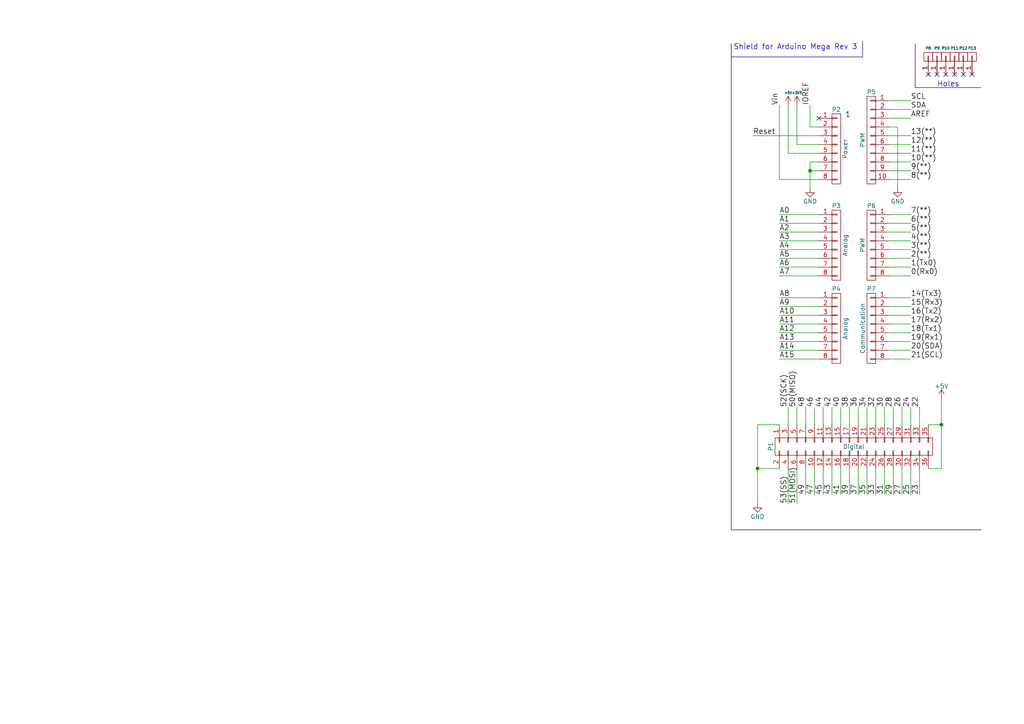
<source format=kicad_sch>
(kicad_sch (version 20230121) (generator eeschema)
  (paper "A4")
  (title_block (date "mar. 31 mars 2015"))
  (lib_symbols
    (symbol "Arduino_Mega-rescue:+3.3V" (power) (pin_names (offset 0))
      (property "Value" "+3.3V" (at 0 3.556 0))
      (symbol "+3.3V_0_1"
        (polyline (pts (xy -0.762 1.27) (xy 0 2.54)))
        (polyline (pts (xy 0 0) (xy 0 2.54)))
        (polyline (pts (xy 0 2.54) (xy 0.762 1.27)))
      )
      (symbol "+3.3V_1_1"
        (pin power_in line (at 0 0 90) (length 0) hide (name "+3V3") (number "1"))
      )
    )
    (symbol "Arduino_Mega-rescue:+5V" (power) (pin_names (offset 0))
      (property "Value" "+5V" (at 0 3.556 0))
      (symbol "+5V_0_1"
        (polyline (pts (xy -0.762 1.27) (xy 0 2.54)))
        (polyline (pts (xy 0 0) (xy 0 2.54)))
        (polyline (pts (xy 0 2.54) (xy 0.762 1.27)))
      )
      (symbol "+5V_1_1"
        (pin power_in line (at 0 0 90) (length 0) hide (name "+5V") (number "1"))
      )
    )
    (symbol "Arduino_Mega-rescue:CONN_01X01" (pin_names (offset 1.016) hide)
      (property "Reference" "P" (at 0 2.54 0))
      (property "Value" "CONN_01X01" (at 2.54 0 90))
      (symbol "CONN_01X01_0_1"
        (rectangle (start -1.27 0.127) (end 0.254 -0.127))
        (rectangle (start -1.27 1.27) (end 1.27 -1.27))
      )
      (symbol "CONN_01X01_1_1"
        (pin passive line (at -5.08 0 0) (length 3.81) (name "P1") (number "1"))
      )
    )
    (symbol "Arduino_Mega-rescue:CONN_01X08" (pin_names (offset 1.016) hide)
      (property "Reference" "P" (at 0 11.43 0))
      (property "Value" "CONN_01X08" (at 2.54 0 90))
      (symbol "CONN_01X08_0_1"
        (rectangle (start -1.27 -10.16) (end 1.27 10.16))
        (rectangle (start -1.27 -8.763) (end 0.254 -9.017))
        (rectangle (start -1.27 -6.223) (end 0.254 -6.477))
        (rectangle (start -1.27 -3.683) (end 0.254 -3.937))
        (rectangle (start -1.27 -1.143) (end 0.254 -1.397))
        (rectangle (start -1.27 1.397) (end 0.254 1.143))
        (rectangle (start -1.27 3.937) (end 0.254 3.683))
        (rectangle (start -1.27 6.477) (end 0.254 6.223))
        (rectangle (start -1.27 9.017) (end 0.254 8.763))
      )
      (symbol "CONN_01X08_1_1"
        (pin passive line (at -5.08 8.89 0) (length 3.81) (name "P1") (number "1"))
        (pin passive line (at -5.08 6.35 0) (length 3.81) (name "P2") (number "2"))
        (pin passive line (at -5.08 3.81 0) (length 3.81) (name "P3") (number "3"))
        (pin passive line (at -5.08 1.27 0) (length 3.81) (name "P4") (number "4"))
        (pin passive line (at -5.08 -1.27 0) (length 3.81) (name "P5") (number "5"))
        (pin passive line (at -5.08 -3.81 0) (length 3.81) (name "P6") (number "6"))
        (pin passive line (at -5.08 -6.35 0) (length 3.81) (name "P7") (number "7"))
        (pin passive line (at -5.08 -8.89 0) (length 3.81) (name "P8") (number "8"))
      )
    )
    (symbol "Arduino_Mega-rescue:CONN_01X10" (pin_names (offset 1.016) hide)
      (property "Reference" "P" (at 0 13.97 0))
      (property "Value" "CONN_01X10" (at 2.54 0 90))
      (symbol "CONN_01X10_0_1"
        (rectangle (start -1.27 -11.303) (end 0.254 -11.557))
        (rectangle (start -1.27 -8.763) (end 0.254 -9.017))
        (rectangle (start -1.27 -6.223) (end 0.254 -6.477))
        (rectangle (start -1.27 -3.683) (end 0.254 -3.937))
        (rectangle (start -1.27 -1.143) (end 0.254 -1.397))
        (rectangle (start -1.27 1.397) (end 0.254 1.143))
        (rectangle (start -1.27 3.937) (end 0.254 3.683))
        (rectangle (start -1.27 6.477) (end 0.254 6.223))
        (rectangle (start -1.27 9.017) (end 0.254 8.763))
        (rectangle (start -1.27 11.557) (end 0.254 11.303))
        (rectangle (start -1.27 12.7) (end 1.27 -12.7))
      )
      (symbol "CONN_01X10_1_1"
        (pin passive line (at -5.08 11.43 0) (length 3.81) (name "P1") (number "1"))
        (pin passive line (at -5.08 -11.43 0) (length 3.81) (name "P10") (number "10"))
        (pin passive line (at -5.08 8.89 0) (length 3.81) (name "P2") (number "2"))
        (pin passive line (at -5.08 6.35 0) (length 3.81) (name "P3") (number "3"))
        (pin passive line (at -5.08 3.81 0) (length 3.81) (name "P4") (number "4"))
        (pin passive line (at -5.08 1.27 0) (length 3.81) (name "P5") (number "5"))
        (pin passive line (at -5.08 -1.27 0) (length 3.81) (name "P6") (number "6"))
        (pin passive line (at -5.08 -3.81 0) (length 3.81) (name "P7") (number "7"))
        (pin passive line (at -5.08 -6.35 0) (length 3.81) (name "P8") (number "8"))
        (pin passive line (at -5.08 -8.89 0) (length 3.81) (name "P9") (number "9"))
      )
    )
    (symbol "Arduino_Mega-rescue:CONN_02X18" (pin_names (offset 0.0254) hide)
      (property "Reference" "P" (at 0 24.13 0))
      (property "Value" "CONN_02X18" (at 0 0 90))
      (symbol "CONN_02X18_0_1"
        (rectangle (start -2.54 -21.463) (end -1.27 -21.717))
        (rectangle (start -2.54 -18.923) (end -1.27 -19.177))
        (rectangle (start -2.54 -16.383) (end -1.27 -16.637))
        (rectangle (start -2.54 -13.843) (end -1.27 -14.097))
        (rectangle (start -2.54 -11.303) (end -1.27 -11.557))
        (rectangle (start -2.54 -8.763) (end -1.27 -9.017))
        (rectangle (start -2.54 -6.223) (end -1.27 -6.477))
        (rectangle (start -2.54 -3.683) (end -1.27 -3.937))
        (rectangle (start -2.54 -1.143) (end -1.27 -1.397))
        (rectangle (start -2.54 1.397) (end -1.27 1.143))
        (rectangle (start -2.54 3.937) (end -1.27 3.683))
        (rectangle (start -2.54 6.477) (end -1.27 6.223))
        (rectangle (start -2.54 9.017) (end -1.27 8.763))
        (rectangle (start -2.54 11.557) (end -1.27 11.303))
        (rectangle (start -2.54 14.097) (end -1.27 13.843))
        (rectangle (start -2.54 16.637) (end -1.27 16.383))
        (rectangle (start -2.54 19.177) (end -1.27 18.923))
        (rectangle (start -2.54 21.717) (end -1.27 21.463))
        (rectangle (start -2.54 22.86) (end 2.54 -22.86))
        (rectangle (start 1.27 -21.463) (end 2.54 -21.717))
        (rectangle (start 1.27 -18.923) (end 2.54 -19.177))
        (rectangle (start 1.27 -16.383) (end 2.54 -16.637))
        (rectangle (start 1.27 -13.843) (end 2.54 -14.097))
        (rectangle (start 1.27 -11.303) (end 2.54 -11.557))
        (rectangle (start 1.27 -8.763) (end 2.54 -9.017))
        (rectangle (start 1.27 -6.223) (end 2.54 -6.477))
        (rectangle (start 1.27 -3.683) (end 2.54 -3.937))
        (rectangle (start 1.27 -1.143) (end 2.54 -1.397))
        (rectangle (start 1.27 1.397) (end 2.54 1.143))
        (rectangle (start 1.27 3.937) (end 2.54 3.683))
        (rectangle (start 1.27 6.477) (end 2.54 6.223))
        (rectangle (start 1.27 9.017) (end 2.54 8.763))
        (rectangle (start 1.27 11.557) (end 2.54 11.303))
        (rectangle (start 1.27 14.097) (end 2.54 13.843))
        (rectangle (start 1.27 16.637) (end 2.54 16.383))
        (rectangle (start 1.27 19.177) (end 2.54 18.923))
        (rectangle (start 1.27 21.717) (end 2.54 21.463))
      )
      (symbol "CONN_02X18_1_1"
        (pin passive line (at -6.35 21.59 0) (length 3.81) (name "P1") (number "1"))
        (pin passive line (at 6.35 11.43 180) (length 3.81) (name "P10") (number "10"))
        (pin passive line (at -6.35 8.89 0) (length 3.81) (name "P11") (number "11"))
        (pin passive line (at 6.35 8.89 180) (length 3.81) (name "P12") (number "12"))
        (pin passive line (at -6.35 6.35 0) (length 3.81) (name "P13") (number "13"))
        (pin passive line (at 6.35 6.35 180) (length 3.81) (name "P14") (number "14"))
        (pin passive line (at -6.35 3.81 0) (length 3.81) (name "P15") (number "15"))
        (pin passive line (at 6.35 3.81 180) (length 3.81) (name "P16") (number "16"))
        (pin passive line (at -6.35 1.27 0) (length 3.81) (name "P17") (number "17"))
        (pin passive line (at 6.35 1.27 180) (length 3.81) (name "P18") (number "18"))
        (pin passive line (at -6.35 -1.27 0) (length 3.81) (name "P19") (number "19"))
        (pin passive line (at 6.35 21.59 180) (length 3.81) (name "P2") (number "2"))
        (pin passive line (at 6.35 -1.27 180) (length 3.81) (name "P20") (number "20"))
        (pin passive line (at -6.35 -3.81 0) (length 3.81) (name "P21") (number "21"))
        (pin passive line (at 6.35 -3.81 180) (length 3.81) (name "P22") (number "22"))
        (pin passive line (at -6.35 -6.35 0) (length 3.81) (name "P23") (number "23"))
        (pin passive line (at 6.35 -6.35 180) (length 3.81) (name "P24") (number "24"))
        (pin passive line (at -6.35 -8.89 0) (length 3.81) (name "P25") (number "25"))
        (pin passive line (at 6.35 -8.89 180) (length 3.81) (name "P26") (number "26"))
        (pin passive line (at -6.35 -11.43 0) (length 3.81) (name "P27") (number "27"))
        (pin passive line (at 6.35 -11.43 180) (length 3.81) (name "P28") (number "28"))
        (pin passive line (at -6.35 -13.97 0) (length 3.81) (name "P29") (number "29"))
        (pin passive line (at -6.35 19.05 0) (length 3.81) (name "P3") (number "3"))
        (pin passive line (at 6.35 -13.97 180) (length 3.81) (name "P30") (number "30"))
        (pin passive line (at -6.35 -16.51 0) (length 3.81) (name "P31") (number "31"))
        (pin passive line (at 6.35 -16.51 180) (length 3.81) (name "P32") (number "32"))
        (pin passive line (at -6.35 -19.05 0) (length 3.81) (name "P33") (number "33"))
        (pin passive line (at 6.35 -19.05 180) (length 3.81) (name "P34") (number "34"))
        (pin passive line (at -6.35 -21.59 0) (length 3.81) (name "P35") (number "35"))
        (pin passive line (at 6.35 -21.59 180) (length 3.81) (name "P36") (number "36"))
        (pin passive line (at 6.35 19.05 180) (length 3.81) (name "P4") (number "4"))
        (pin passive line (at -6.35 16.51 0) (length 3.81) (name "P5") (number "5"))
        (pin passive line (at 6.35 16.51 180) (length 3.81) (name "P6") (number "6"))
        (pin passive line (at -6.35 13.97 0) (length 3.81) (name "P7") (number "7"))
        (pin passive line (at 6.35 13.97 180) (length 3.81) (name "P8") (number "8"))
        (pin passive line (at -6.35 11.43 0) (length 3.81) (name "P9") (number "9"))
      )
    )
    (symbol "Arduino_Mega-rescue:GND" (power) (pin_names (offset 0))
      (property "Value" "GND" (at 0 -3.81 0))
      (symbol "GND_0_1"
        (polyline (pts (xy 0 0) (xy 0 -1.27) (xy 1.27 -1.27) (xy 0 -2.54) (xy -1.27 -1.27) (xy 0 -1.27)))
      )
      (symbol "GND_1_1"
        (pin power_in line (at 0 0 270) (length 0) hide (name "GND") (number "1"))
      )
    )
  )
  (junction (at 234.95 49.53))
  (junction (at 219.71 135.89))
  (junction (at 273.05 123.19))
  (no_connect (at 279.4 21.59))
  (no_connect (at 271.78 21.59))
  (no_connect (at 281.94 21.59))
  (no_connect (at 276.86 21.59))
  (no_connect (at 269.24 21.59))
  (no_connect (at 274.32 21.59))
  (no_connect (at 237.49 34.29))
  (wire (pts (xy 261.62 123.19) (xy 261.62 118.11)))
  (wire (pts (xy 218.44 39.37) (xy 237.49 39.37)))
  (polyline (pts (xy 212.09 153.67) (xy 212.09 12.7)))
  (wire (pts (xy 237.49 86.36) (xy 226.06 86.36)))
  (wire (pts (xy 228.6 123.19) (xy 228.6 118.11)))
  (wire (pts (xy 257.81 69.85) (xy 264.16 69.85)))
  (wire (pts (xy 260.35 54.61) (xy 260.35 36.83)))
  (wire (pts (xy 226.06 74.93) (xy 237.49 74.93)))
  (wire (pts (xy 254 123.19) (xy 254 118.11)))
  (wire (pts (xy 226.06 93.98) (xy 237.49 93.98)))
  (wire (pts (xy 259.08 123.19) (xy 259.08 118.11)))
  (wire (pts (xy 264.16 101.6) (xy 257.81 101.6)))
  (wire (pts (xy 237.49 67.31) (xy 226.06 67.31)))
  (wire (pts (xy 264.16 41.91) (xy 257.81 41.91)))
  (wire (pts (xy 237.49 36.83) (xy 234.95 36.83)))
  (wire (pts (xy 228.6 30.48) (xy 228.6 44.45)))
  (wire (pts (xy 226.06 88.9) (xy 237.49 88.9)))
  (wire (pts (xy 273.05 123.19) (xy 269.24 123.19)))
  (wire (pts (xy 257.81 52.07) (xy 264.16 52.07)))
  (polyline (pts (xy 212.09 16.51) (xy 250.19 16.51)))
  (wire (pts (xy 257.81 99.06) (xy 264.16 99.06)))
  (wire (pts (xy 256.54 123.19) (xy 256.54 118.11)))
  (wire (pts (xy 264.16 49.53) (xy 257.81 49.53)))
  (wire (pts (xy 264.16 31.75) (xy 257.81 31.75)))
  (wire (pts (xy 257.81 80.01) (xy 264.16 80.01)))
  (wire (pts (xy 237.49 101.6) (xy 226.06 101.6)))
  (wire (pts (xy 246.38 123.19) (xy 246.38 118.11)))
  (wire (pts (xy 226.06 64.77) (xy 237.49 64.77)))
  (wire (pts (xy 237.49 72.39) (xy 226.06 72.39)))
  (wire (pts (xy 231.14 123.19) (xy 231.14 118.11)))
  (wire (pts (xy 226.06 99.06) (xy 237.49 99.06)))
  (wire (pts (xy 259.08 135.89) (xy 259.08 143.51)))
  (wire (pts (xy 257.81 46.99) (xy 264.16 46.99)))
  (polyline (pts (xy 284.48 153.67) (xy 212.09 153.67)))
  (wire (pts (xy 231.14 41.91) (xy 237.49 41.91)))
  (wire (pts (xy 237.49 62.23) (xy 226.06 62.23)))
  (wire (pts (xy 241.3 135.89) (xy 241.3 143.51)))
  (wire (pts (xy 257.81 64.77) (xy 264.16 64.77)))
  (wire (pts (xy 273.05 135.89) (xy 269.24 135.89)))
  (wire (pts (xy 234.95 36.83) (xy 234.95 30.48)))
  (wire (pts (xy 251.46 135.89) (xy 251.46 143.51)))
  (wire (pts (xy 231.14 30.48) (xy 231.14 41.91)))
  (wire (pts (xy 219.71 135.89) (xy 219.71 146.05)))
  (wire (pts (xy 257.81 29.21) (xy 264.16 29.21)))
  (wire (pts (xy 226.06 135.89) (xy 219.71 135.89)))
  (wire (pts (xy 264.16 67.31) (xy 257.81 67.31)))
  (wire (pts (xy 236.22 135.89) (xy 236.22 143.51)))
  (wire (pts (xy 257.81 34.29) (xy 264.16 34.29)))
  (polyline (pts (xy 265.43 25.4) (xy 265.43 12.7)))
  (wire (pts (xy 237.49 91.44) (xy 226.06 91.44)))
  (wire (pts (xy 243.84 135.89) (xy 243.84 143.51)))
  (wire (pts (xy 226.06 80.01) (xy 237.49 80.01)))
  (wire (pts (xy 234.95 49.53) (xy 234.95 54.61)))
  (polyline (pts (xy 284.48 25.4) (xy 265.43 25.4)))
  (wire (pts (xy 228.6 44.45) (xy 237.49 44.45)))
  (wire (pts (xy 237.49 46.99) (xy 234.95 46.99)))
  (wire (pts (xy 241.3 123.19) (xy 241.3 118.11)))
  (wire (pts (xy 237.49 52.07) (xy 226.06 52.07)))
  (wire (pts (xy 226.06 52.07) (xy 226.06 30.48)))
  (wire (pts (xy 233.68 135.89) (xy 233.68 143.51)))
  (wire (pts (xy 237.49 96.52) (xy 226.06 96.52)))
  (wire (pts (xy 264.16 96.52) (xy 257.81 96.52)))
  (wire (pts (xy 226.06 123.19) (xy 219.71 123.19)))
  (wire (pts (xy 257.81 44.45) (xy 264.16 44.45)))
  (wire (pts (xy 234.95 46.99) (xy 234.95 49.53)))
  (wire (pts (xy 257.81 88.9) (xy 264.16 88.9)))
  (wire (pts (xy 237.49 77.47) (xy 226.06 77.47)))
  (wire (pts (xy 248.92 135.89) (xy 248.92 143.51)))
  (wire (pts (xy 264.16 72.39) (xy 257.81 72.39)))
  (wire (pts (xy 238.76 123.19) (xy 238.76 118.11)))
  (wire (pts (xy 228.6 135.89) (xy 228.6 146.05)))
  (wire (pts (xy 257.81 93.98) (xy 264.16 93.98)))
  (wire (pts (xy 266.7 123.19) (xy 266.7 118.11)))
  (wire (pts (xy 264.16 135.89) (xy 264.16 143.51)))
  (wire (pts (xy 236.22 123.19) (xy 236.22 118.11)))
  (wire (pts (xy 219.71 123.19) (xy 219.71 135.89)))
  (wire (pts (xy 238.76 135.89) (xy 238.76 143.51)))
  (wire (pts (xy 226.06 69.85) (xy 237.49 69.85)))
  (wire (pts (xy 257.81 104.14) (xy 264.16 104.14)))
  (wire (pts (xy 260.35 36.83) (xy 257.81 36.83)))
  (wire (pts (xy 273.05 115.57) (xy 273.05 123.19)))
  (wire (pts (xy 261.62 135.89) (xy 261.62 143.51)))
  (wire (pts (xy 233.68 123.19) (xy 233.68 118.11)))
  (wire (pts (xy 251.46 123.19) (xy 251.46 118.11)))
  (wire (pts (xy 264.16 86.36) (xy 257.81 86.36)))
  (wire (pts (xy 273.05 123.19) (xy 273.05 135.89)))
  (wire (pts (xy 231.14 135.89) (xy 231.14 146.05)))
  (wire (pts (xy 226.06 104.14) (xy 237.49 104.14)))
  (wire (pts (xy 257.81 74.93) (xy 264.16 74.93)))
  (wire (pts (xy 246.38 135.89) (xy 246.38 143.51)))
  (wire (pts (xy 266.7 135.89) (xy 266.7 143.51)))
  (wire (pts (xy 264.16 123.19) (xy 264.16 118.11)))
  (wire (pts (xy 248.92 123.19) (xy 248.92 118.11)))
  (wire (pts (xy 257.81 39.37) (xy 264.16 39.37)))
  (wire (pts (xy 243.84 123.19) (xy 243.84 118.11)))
  (wire (pts (xy 256.54 135.89) (xy 256.54 143.51)))
  (wire (pts (xy 264.16 77.47) (xy 257.81 77.47)))
  (wire (pts (xy 264.16 91.44) (xy 257.81 91.44)))
  (wire (pts (xy 254 135.89) (xy 254 143.51)))
  (wire (pts (xy 237.49 49.53) (xy 234.95 49.53)))
  (polyline (pts (xy 250.19 16.51) (xy 250.19 12.065)))
  (wire (pts (xy 264.16 62.23) (xy 257.81 62.23)))
  (text "Shield for Arduino Mega Rev 3" (at 212.725 14.605 0) (effects (font (size 1.524 1.524)) (justify left bottom)))
  (text "1" (at 245.11 34.29 0) (effects (font (size 1.524 1.524)) (justify left bottom)))
  (text "Holes" (at 271.78 25.4 0) (effects (font (size 1.524 1.524)) (justify left bottom)))
  (label "42" (at 241.3 118.11 90) (effects (font (size 1.524 1.524))))
  (label "33" (at 254 143.51 90) (effects (font (size 1.524 1.524))))
  (label "7(**)" (at 264.16 62.23 0) (effects (font (size 1.524 1.524))))
  (label "SDA" (at 264.16 31.75 0) (effects (font (size 1.524 1.524))))
  (label "3(**)" (at 264.16 72.39 0) (effects (font (size 1.524 1.524))))
  (label "21(SCL)" (at 264.16 104.14 0) (effects (font (size 1.524 1.524))))
  (label "A0" (at 226.06 62.23 0) (effects (font (size 1.524 1.524))))
  (label "A10" (at 226.06 91.44 0) (effects (font (size 1.524 1.524))))
  (label "27" (at 261.62 143.51 90) (effects (font (size 1.524 1.524))))
  (label "A8" (at 226.06 86.36 0) (effects (font (size 1.524 1.524))))
  (label "22" (at 266.7 118.11 90) (effects (font (size 1.524 1.524))))
  (label "A1" (at 226.06 64.77 0) (effects (font (size 1.524 1.524))))
  (label "A2" (at 226.06 67.31 0) (effects (font (size 1.524 1.524))))
  (label "53(SS)" (at 228.6 146.05 90) (effects (font (size 1.524 1.524))))
  (label "15(Rx3)" (at 264.16 88.9 0) (effects (font (size 1.524 1.524))))
  (label "51(MOSI)" (at 231.14 146.05 90) (effects (font (size 1.524 1.524))))
  (label "49" (at 233.68 143.51 90) (effects (font (size 1.524 1.524))))
  (label "Reset" (at 218.44 39.37 0) (effects (font (size 1.524 1.524))))
  (label "6(**)" (at 264.16 64.77 0) (effects (font (size 1.524 1.524))))
  (label "A14" (at 226.06 101.6 0) (effects (font (size 1.524 1.524))))
  (label "SCL" (at 264.16 29.21 0) (effects (font (size 1.524 1.524))))
  (label "23" (at 266.7 143.51 90) (effects (font (size 1.524 1.524))))
  (label "31" (at 256.54 143.51 90) (effects (font (size 1.524 1.524))))
  (label "Vin" (at 226.06 30.48 90) (effects (font (size 1.524 1.524))))
  (label "37" (at 248.92 143.51 90) (effects (font (size 1.524 1.524))))
  (label "41" (at 243.84 143.51 90) (effects (font (size 1.524 1.524))))
  (label "1(Tx0)" (at 264.16 77.47 0) (effects (font (size 1.524 1.524))))
  (label "A12" (at 226.06 96.52 0) (effects (font (size 1.524 1.524))))
  (label "10(**)" (at 264.16 46.99 0) (effects (font (size 1.524 1.524))))
  (label "A3" (at 226.06 69.85 0) (effects (font (size 1.524 1.524))))
  (label "4(**)" (at 264.16 69.85 0) (effects (font (size 1.524 1.524))))
  (label "20(SDA)" (at 264.16 101.6 0) (effects (font (size 1.524 1.524))))
  (label "A7" (at 226.06 80.01 0) (effects (font (size 1.524 1.524))))
  (label "34" (at 251.46 118.11 90) (effects (font (size 1.524 1.524))))
  (label "45" (at 238.76 143.51 90) (effects (font (size 1.524 1.524))))
  (label "52(SCK)" (at 228.6 118.11 90) (effects (font (size 1.524 1.524))))
  (label "46" (at 236.22 118.11 90) (effects (font (size 1.524 1.524))))
  (label "24" (at 264.16 118.11 90) (effects (font (size 1.524 1.524))))
  (label "A5" (at 226.06 74.93 0) (effects (font (size 1.524 1.524))))
  (label "47" (at 236.22 143.51 90) (effects (font (size 1.524 1.524))))
  (label "12(**)" (at 264.16 41.91 0) (effects (font (size 1.524 1.524))))
  (label "A11" (at 226.06 93.98 0) (effects (font (size 1.524 1.524))))
  (label "2(**)" (at 264.16 74.93 0) (effects (font (size 1.524 1.524))))
  (label "40" (at 243.84 118.11 90) (effects (font (size 1.524 1.524))))
  (label "26" (at 261.62 118.11 90) (effects (font (size 1.524 1.524))))
  (label "A6" (at 226.06 77.47 0) (effects (font (size 1.524 1.524))))
  (label "44" (at 238.76 118.11 90) (effects (font (size 1.524 1.524))))
  (label "43" (at 241.3 143.51 90) (effects (font (size 1.524 1.524))))
  (label "35" (at 251.46 143.51 90) (effects (font (size 1.524 1.524))))
  (label "11(**)" (at 264.16 44.45 0) (effects (font (size 1.524 1.524))))
  (label "18(Tx1)" (at 264.16 96.52 0) (effects (font (size 1.524 1.524))))
  (label "28" (at 259.08 118.11 90) (effects (font (size 1.524 1.524))))
  (label "39" (at 246.38 143.51 90) (effects (font (size 1.524 1.524))))
  (label "9(**)" (at 264.16 49.53 0) (effects (font (size 1.524 1.524))))
  (label "A9" (at 226.06 88.9 0) (effects (font (size 1.524 1.524))))
  (label "17(Rx2)" (at 264.16 93.98 0) (effects (font (size 1.524 1.524))))
  (label "0(Rx0)" (at 264.16 80.01 0) (effects (font (size 1.524 1.524))))
  (label "A13" (at 226.06 99.06 0) (effects (font (size 1.524 1.524))))
  (label "13(**)" (at 264.16 39.37 0) (effects (font (size 1.524 1.524))))
  (label "36" (at 248.92 118.11 90) (effects (font (size 1.524 1.524))))
  (label "8(**)" (at 264.16 52.07 0) (effects (font (size 1.524 1.524))))
  (label "A4" (at 226.06 72.39 0) (effects (font (size 1.524 1.524))))
  (label "38" (at 246.38 118.11 90) (effects (font (size 1.524 1.524))))
  (label "AREF" (at 264.16 34.29 0) (effects (font (size 1.524 1.524))))
  (label "30" (at 256.54 118.11 90) (effects (font (size 1.524 1.524))))
  (label "5(**)" (at 264.16 67.31 0) (effects (font (size 1.524 1.524))))
  (label "50(MISO)" (at 231.14 118.11 90) (effects (font (size 1.524 1.524))))
  (label "14(Tx3)" (at 264.16 86.36 0) (effects (font (size 1.524 1.524))))
  (label "16(Tx2)" (at 264.16 91.44 0) (effects (font (size 1.524 1.524))))
  (label "48" (at 233.68 118.11 90) (effects (font (size 1.524 1.524))))
  (label "19(Rx1)" (at 264.16 99.06 0) (effects (font (size 1.524 1.524))))
  (label "32" (at 254 118.11 90) (effects (font (size 1.524 1.524))))
  (label "A15" (at 226.06 104.14 0) (effects (font (size 1.524 1.524))))
  (label "29" (at 259.08 143.51 90) (effects (font (size 1.524 1.524))))
  (label "25" (at 264.16 143.51 90) (effects (font (size 1.524 1.524))))
  (label "IOREF" (at 234.95 30.48 90) (effects (font (size 1.524 1.524))))
  (symbol (lib_id "Arduino_Mega-rescue:CONN_01X01") (at 269.24 16.51 90) (unit 1)
    (property "Reference" "P8" (at 269.24 13.97 90) (effects (font (size 0.7874 0.7874))))
    (property "Value" "CONN_01X01" (effects hide))
    (property "Footprint" "Socket_Arduino_Mega:Arduino_1pin" (effects hide))
  )
  (symbol (lib_id "Arduino_Mega-rescue:CONN_01X01") (at 271.78 16.51 90) (unit 1)
    (property "Reference" "P9" (at 271.78 13.97 90) (effects (font (size 0.7874 0.7874))))
    (property "Value" "CONN_01X01" (effects hide))
    (property "Footprint" "Socket_Arduino_Mega:Arduino_1pin" (effects hide))
  )
  (symbol (lib_id "Arduino_Mega-rescue:CONN_01X01") (at 274.32 16.51 90) (unit 1)
    (property "Reference" "P10" (at 274.32 13.97 90) (effects (font (size 0.7874 0.7874))))
    (property "Value" "CONN_01X01" (effects hide))
    (property "Footprint" "Socket_Arduino_Mega:Arduino_1pin" (effects hide))
  )
  (symbol (lib_id "Arduino_Mega-rescue:CONN_01X01") (at 276.86 16.51 90) (unit 1)
    (property "Reference" "P11" (at 276.86 13.97 90) (effects (font (size 0.7874 0.7874))))
    (property "Value" "CONN_01X01" (effects hide))
    (property "Footprint" "Socket_Arduino_Mega:Arduino_1pin" (effects hide))
  )
  (symbol (lib_id "Arduino_Mega-rescue:CONN_01X01") (at 279.4 16.51 90) (unit 1)
    (property "Reference" "P12" (at 279.4 13.97 90) (effects (font (size 0.7874 0.7874))))
    (property "Value" "CONN_01X01" (effects hide))
    (property "Footprint" "Socket_Arduino_Mega:Arduino_1pin" (effects hide))
  )
  (symbol (lib_id "Arduino_Mega-rescue:CONN_01X01") (at 281.94 16.51 90) (unit 1)
    (property "Reference" "P13" (at 281.94 13.97 90) (effects (font (size 0.7874 0.7874))))
    (property "Value" "CONN_01X01" (effects hide))
    (property "Footprint" "Socket_Arduino_Mega:Arduino_1pin" (effects hide))
  )
  (symbol (lib_id "Arduino_Mega-rescue:CONN_01X08") (at 242.57 43.18 0) (unit 1)
    (property "Reference" "P2" (at 242.57 31.75 0))
    (property "Value" "Power" (at 245.11 43.18 90))
    (property "Footprint" "Socket_Arduino_Mega:Socket_Strip_Arduino_1x08" (effects hide))
  )
  (symbol (lib_id "Arduino_Mega-rescue:+3.3V") (at 231.14 30.48 0) (unit 1)
    (property "Reference" "#PWR01" (effects hide))
    (property "Value" "+3.3V" (at 231.14 26.924 0) (effects (font (size 0.7112 0.7112))))
  )
  (symbol (lib_id "Arduino_Mega-rescue:+5V") (at 228.6 30.48 0) (unit 1)
    (property "Reference" "#PWR02" (effects hide))
    (property "Value" "+5V" (at 228.6 26.924 0) (effects (font (size 0.7112 0.7112))))
  )
  (symbol (lib_id "Arduino_Mega-rescue:GND") (at 234.95 54.61 0) (unit 1)
    (property "Reference" "#PWR03" (effects hide))
    (property "Value" "GND" (at 234.95 58.42 0))
  )
  (symbol (lib_id "Arduino_Mega-rescue:CONN_01X10") (at 252.73 40.64 0) (mirror y) (unit 1)
    (property "Reference" "P5" (at 252.73 26.67 0))
    (property "Value" "PWM" (at 250.19 40.64 90))
    (property "Footprint" "Socket_Arduino_Mega:Socket_Strip_Arduino_1x10" (effects hide))
  )
  (symbol (lib_id "Arduino_Mega-rescue:GND") (at 260.35 54.61 0) (unit 1)
    (property "Reference" "#PWR04" (effects hide))
    (property "Value" "GND" (at 260.35 58.42 0))
  )
  (symbol (lib_id "Arduino_Mega-rescue:CONN_01X08") (at 242.57 71.12 0) (unit 1)
    (property "Reference" "P3" (at 242.57 59.69 0))
    (property "Value" "Analog" (at 245.11 71.12 90))
    (property "Footprint" "Socket_Arduino_Mega:Socket_Strip_Arduino_1x08" (effects hide))
  )
  (symbol (lib_id "Arduino_Mega-rescue:CONN_01X08") (at 252.73 71.12 0) (mirror y) (unit 1)
    (property "Reference" "P6" (at 252.73 59.69 0))
    (property "Value" "PWM" (at 250.19 71.12 90))
    (property "Footprint" "Socket_Arduino_Mega:Socket_Strip_Arduino_1x08" (effects hide))
  )
  (symbol (lib_id "Arduino_Mega-rescue:CONN_01X08") (at 242.57 95.25 0) (unit 1)
    (property "Reference" "P4" (at 242.57 83.82 0))
    (property "Value" "Analog" (at 245.11 95.25 90))
    (property "Footprint" "Socket_Arduino_Mega:Socket_Strip_Arduino_1x08" (effects hide))
  )
  (symbol (lib_id "Arduino_Mega-rescue:CONN_01X08") (at 252.73 95.25 0) (mirror y) (unit 1)
    (property "Reference" "P7" (at 252.73 83.82 0))
    (property "Value" "Communication" (at 250.19 95.25 90))
    (property "Footprint" "Socket_Arduino_Mega:Socket_Strip_Arduino_1x08" (effects hide))
  )
  (symbol (lib_id "Arduino_Mega-rescue:CONN_02X18") (at 247.65 129.54 90) (mirror x) (unit 1)
    (property "Reference" "P1" (at 223.52 129.54 0))
    (property "Value" "Digital" (at 247.65 129.54 90))
    (property "Footprint" "Socket_Arduino_Mega:Socket_Strip_Arduino_2x18" (effects hide))
  )
  (symbol (lib_id "Arduino_Mega-rescue:GND") (at 219.71 146.05 0) (unit 1)
    (property "Reference" "#PWR05" (effects hide))
    (property "Value" "GND" (at 219.71 149.86 0))
  )
  (symbol (lib_id "Arduino_Mega-rescue:+5V") (at 273.05 115.57 0) (unit 1)
    (property "Reference" "#PWR06" (effects hide))
    (property "Value" "+5V" (at 273.05 112.014 0))
  )
)
</source>
